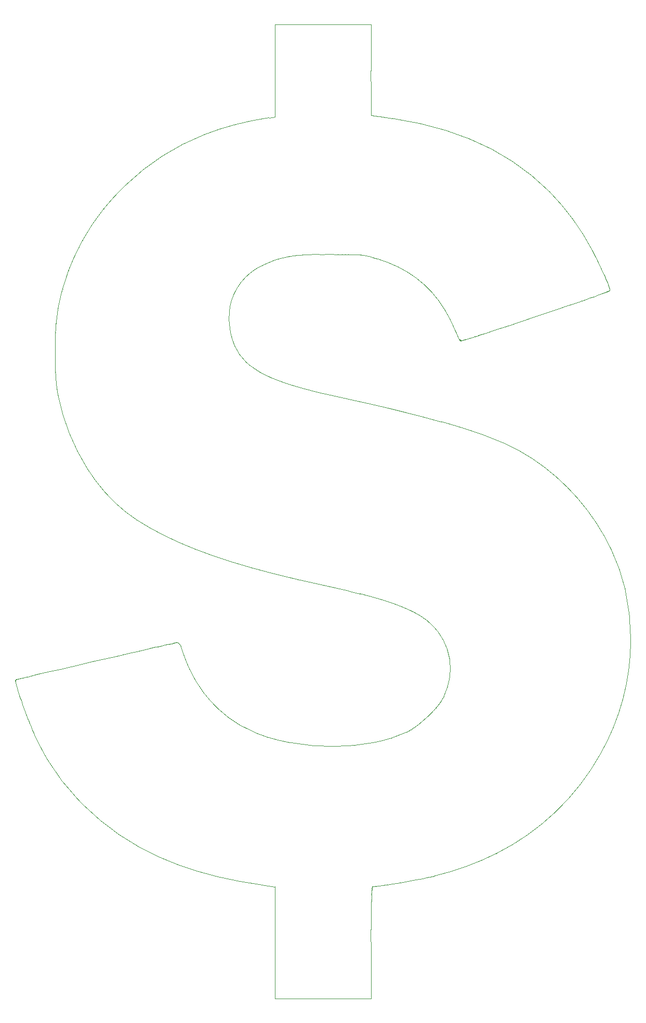
<source format=gbr>
%TF.GenerationSoftware,Altium Limited,Altium Designer,18.1.6 (161)*%
G04 Layer_Color=0*
%FSLAX26Y26*%
%MOIN*%
%TF.FileFunction,Profile,NP*%
%TF.Part,Single*%
G01*
G75*
%TA.AperFunction,Profile*%
%ADD60C,0.001000*%
D60*
X2702128Y4694213D02*
X2702106Y4694644D01*
X2702107Y4694640D01*
X2702090Y4695069D01*
D01*
X2702079Y4695484D01*
X2702079Y4695488D01*
X2702079Y4695484D01*
Y4695484D01*
D02*
G02*
X2702079Y4695481I-265J-2D01*
G01*
Y4695484D01*
X2702075Y4695901D01*
D02*
G02*
X2702090Y4696705I19687J26D01*
G01*
D02*
G02*
X2702091Y4696712I19672J-778D01*
G01*
Y4696712D01*
D02*
G03*
X2702091Y4696722I-265J10D01*
G01*
X2702091Y4696712D01*
D02*
G02*
X2702237Y4698321I15478J-598D01*
G01*
X2702300Y4698741D01*
D02*
G02*
X2702372Y4699159I14088J-2209D01*
G01*
D02*
G02*
X2702374Y4699166I14016J-2627D01*
G01*
Y4699166D01*
D02*
G02*
X2702375Y4699173I9375J-1764D01*
G01*
D02*
G02*
X2702465Y4699596I9374J-1771D01*
G01*
D02*
G03*
X2702466Y4699603I-256J68D01*
G01*
D02*
G03*
X2702465Y4699596I9282J-2201D01*
G01*
X2702467Y4699603D01*
D02*
G02*
X2702587Y4700050I7396J-1756D01*
G01*
D02*
G03*
X2702589Y4700057I-254J77D01*
G01*
D02*
G02*
X2702945Y4700974I6194J-1876D01*
G01*
X2702945D01*
D02*
G03*
X2702949Y4700983I-239J114D01*
G01*
X2702949Y4700983D01*
D02*
G02*
X2703511Y4701931I5864J-2833D01*
G01*
D02*
G02*
X2703517Y4701939I5303J-3781D01*
G01*
X2703516Y4701939D01*
D02*
G02*
X2704367Y4702938I6463J-4639D01*
G01*
D02*
G02*
X2704373Y4702944I5612J-5638D01*
G01*
D02*
G02*
X2704376Y4702947I5606J-5645D01*
G01*
X2704373Y4702944D01*
D02*
G03*
X2704391Y4702957I-145J222D01*
G01*
X2704489Y4703034D01*
D02*
G03*
X2704490Y4703035I-163J209D01*
G01*
X2704809Y4703278D01*
X2704811Y4703281D01*
X2704810Y4703279D01*
X2705010Y4703430D01*
D02*
G03*
X2705012Y4703432I-160J212D01*
G01*
X2705211Y4703580D01*
X2705215Y4703583D01*
X2705213Y4703582D01*
X2705416Y4703729D01*
D02*
G03*
X2705421Y4703733I-156J214D01*
G01*
Y4703733D01*
D02*
G02*
X2705589Y4703852I6857J-9528D01*
G01*
D02*
G03*
X2705599Y4703859I-145J222D01*
G01*
D02*
G02*
X2705835Y4704008I1418J-1972D01*
G01*
D02*
G02*
X2705837Y4704009I1182J-2122D01*
G01*
X2705835Y4704008D01*
D02*
G02*
X2706170Y4704163I2582J-5153D01*
G01*
D02*
G02*
X2706175Y4704165I2247J-5307D01*
G01*
X2706238Y4704191D01*
X2706235Y4704190D01*
X2706295Y4704214D01*
D02*
G03*
X2706321Y4704226I-99J246D01*
G01*
D02*
G03*
X2706348Y4704235I-69J256D01*
G01*
X2706351Y4704237D01*
X2706455Y4704277D01*
D02*
G03*
X2706462Y4704280I-96J247D01*
G01*
D02*
G02*
X2706641Y4704347I2665J-6814D01*
G01*
D02*
G02*
X2706647Y4704349I2486J-6882D01*
G01*
X2706650Y4704350D01*
X2706739Y4704382D01*
D02*
G03*
X2706739Y4704382I-85J251D01*
G01*
X2706833Y4704414D01*
D02*
G03*
X2706835Y4704415I-86J251D01*
G01*
X2706919Y4704443D01*
D02*
G03*
X2706922Y4704444I-79J253D01*
G01*
X2706925Y4704445D01*
X2707011Y4704472D01*
X2707014Y4704474D01*
D02*
G03*
X2707017Y4704474I-82J252D01*
G01*
X2707103Y4704502D01*
D02*
G03*
X2707106Y4704503I-78J253D01*
G01*
X2707109Y4704504D01*
X2707197Y4704532D01*
D02*
G03*
X2707201Y4704534I-78J253D01*
G01*
X2707395Y4704597D01*
D02*
G03*
X2707396Y4704597I-82J252D01*
G01*
X2707596Y4704661D01*
X2707598Y4704662D01*
X2707596Y4704661D01*
X2707811Y4704728D01*
X2707811Y4704728D01*
X2708032Y4704795D01*
X2708033Y4704796D01*
X2708032Y4704795D01*
X2708266Y4704865D01*
D02*
G03*
X2708268Y4704866I-76J254D01*
G01*
X2708506Y4704936D01*
X2708510Y4704937D01*
D02*
G03*
X2708512Y4704937I-75J254D01*
G01*
X2708762Y4705010D01*
X2708765Y4705011D01*
X2708764Y4705010D01*
X2709030Y4705087D01*
X2709309Y4705166D01*
X2709308Y4705166D01*
X2709902Y4705332D01*
D02*
G03*
X2709905Y4705333I-71J255D01*
G01*
X2710543Y4705509D01*
X2710546Y4705510D01*
D02*
G03*
X2710550Y4705511I-71J255D01*
G01*
X2711236Y4705698D01*
D02*
G03*
X2711240Y4705699I-65J257D01*
G01*
X2711242Y4705700D01*
X2711985Y4705901D01*
X2711986Y4705901D01*
X2711985Y4705901D01*
X2712782Y4706114D01*
D02*
G03*
X2712785Y4706115I-68J256D01*
G01*
X2713626Y4706338D01*
D02*
G03*
X2713628Y4706339I-64J257D01*
G01*
X2714526Y4706575D01*
D02*
G03*
X2714529Y4706575I-67J256D01*
G01*
X2715472Y4706821D01*
D02*
G03*
X2715473Y4706822I-64J257D01*
G01*
X2718621Y4707630D01*
D02*
G03*
X2718622Y4707631I-66J257D01*
G01*
X2720968Y4708224D01*
D02*
G03*
X2720968Y4708224I-64J257D01*
G01*
X2720972Y4708225D01*
X2723511Y4708862D01*
X2723515Y4708863D01*
X2723514Y4708863D01*
X2726255Y4709545D01*
D02*
G03*
X2726259Y4709546I-64J257D01*
G01*
X2729184Y4710270D01*
X2729188Y4710271D01*
D02*
G03*
X2729192Y4710272I-64J257D01*
G01*
X2732307Y4711039D01*
X2732310Y4711040D01*
X2732310Y4711039D01*
X2735619Y4711850D01*
D02*
G03*
X2735624Y4711852I-63J257D01*
G01*
X2739108Y4712702D01*
X2739113Y4712703D01*
X2739112Y4712703D01*
X2742787Y4713597D01*
D02*
G03*
X2742792Y4713598I-63J258D01*
G01*
X2750666Y4715506D01*
X2750670Y4715507D01*
D02*
G03*
X2750673Y4715508I-62J258D01*
G01*
X2759243Y4717575D01*
D02*
G03*
X2759246Y4717576I-59J258D01*
G01*
X2768493Y4719796D01*
D02*
G03*
X2768497Y4719797I-62J258D01*
G01*
X2778383Y4722161D01*
D02*
G03*
X2778387Y4722162I-57J259D01*
G01*
X2788907Y4724670D01*
D02*
G03*
X2788909Y4724670I-61J258D01*
G01*
X2800028Y4727313D01*
D02*
G03*
X2800030Y4727314I-59J258D01*
G01*
X2811734Y4730088D01*
X2811734D01*
X2823996Y4732989D01*
D02*
G03*
X2823997Y4732990I-61J258D01*
G01*
X2836791Y4736010D01*
D02*
G03*
X2836793Y4736011I-59J258D01*
G01*
Y4736011D01*
X2836798Y4736012D01*
X2863901Y4742394D01*
X2863906Y4742395D01*
X2863906Y4742395D01*
X2892891Y4749200D01*
D02*
G03*
X2892894Y4749201I-61J258D01*
G01*
X2923564Y4756383D01*
D02*
G03*
X2923567Y4756384I-57J259D01*
G01*
X2923572Y4756385D01*
X2955749Y4763904D01*
X2955754Y4763905D01*
X2955754Y4763905D01*
X2989271Y4771721D01*
D02*
G03*
X2989274Y4771722I-60J258D01*
G01*
X3059568Y4788071D01*
X3059571Y4788071D01*
X3059570Y4788071D01*
X3208176Y4822473D01*
D02*
G03*
X3208180Y4822474I-60J258D01*
G01*
X3320938Y4848448D01*
X3320942Y4848449D01*
X3320942Y4848449D01*
X3394033Y4865225D01*
D02*
G03*
X3394037Y4865225I-59J258D01*
G01*
X3429407Y4873324D01*
X3429410Y4873325D01*
D02*
G03*
X3429415Y4873326I-59J258D01*
G01*
X3463762Y4881176D01*
D02*
G03*
X3463767Y4881177I-54J259D01*
G01*
X3496924Y4888740D01*
D02*
G03*
X3496927Y4888741I-59J258D01*
G01*
X3558910Y4902832D01*
X3558913Y4902833D01*
X3558913Y4902833D01*
X3573377Y4906109D01*
X3573377D01*
X3600907Y4912329D01*
D02*
G03*
X3600911Y4912330I-58J258D01*
G01*
X3613924Y4915261D01*
X3613928Y4915262D01*
D02*
G03*
X3613933Y4915263I-58J258D01*
G01*
X3626418Y4918069D01*
D02*
G03*
X3626423Y4918070I-53J260D01*
G01*
X3638369Y4920749D01*
D02*
G03*
X3638372Y4920750I-58J259D01*
G01*
X3649742Y4923293D01*
X3649745Y4923293D01*
D02*
G03*
X3649749Y4923294I-58J259D01*
G01*
X3660523Y4925697D01*
D02*
G03*
X3660527Y4925698I-53J260D01*
G01*
X3660529Y4925698D01*
X3680220Y4930068D01*
X3680222Y4930068D01*
X3680222Y4930068D01*
X3689074Y4932021D01*
D02*
G03*
X3689077Y4932022I-57J259D01*
G01*
X3697216Y4933810D01*
X3697219Y4933810D01*
D02*
G03*
X3697220Y4933811I-57J259D01*
G01*
X3704645Y4935432D01*
X3704647Y4935432D01*
X3704646Y4935432D01*
X3711348Y4936883D01*
D02*
G03*
X3711350Y4936884I-56J259D01*
G01*
X3717308Y4938159D01*
X3717312Y4938160D01*
D02*
G03*
X3717314Y4938160I-56J259D01*
G01*
X3722526Y4939258D01*
X3722529Y4939259D01*
X3722528Y4939258D01*
X3726988Y4940176D01*
D02*
G03*
X3726990Y4940177I-53J260D01*
G01*
X3730677Y4940908D01*
D02*
G03*
X3730681Y4940909I-48J261D01*
G01*
D02*
G02*
X3730688Y4940910I24526J-123242D01*
G01*
D02*
G02*
X3735711Y4941804I24519J-123243D01*
G01*
D02*
G02*
X3735718Y4941805I19496J-124137D01*
G01*
D02*
G03*
X3735723Y4941806I-41J262D01*
G01*
Y4941806D01*
D02*
G02*
X3741791Y4941358I2042J-13660D01*
G01*
D02*
G02*
X3741798Y4941356I-4025J-13212D01*
G01*
X3741798Y4941356D01*
D02*
G02*
X3743676Y4940655I-4584J-15141D01*
G01*
D02*
G02*
X3743683Y4940652I-6462J-14440D01*
G01*
X3743683D01*
D02*
G02*
X3743676Y4940655I108J242D01*
G01*
X3743683Y4940652D01*
D02*
G02*
X3745496Y4939715I-7516J-16768D01*
G01*
D02*
G02*
X3745502Y4939711I-9329J-15831D01*
G01*
X3745502Y4939711D01*
D02*
G02*
X3745496Y4939715I135J228D01*
G01*
X3745502Y4939711D01*
D02*
G03*
X3745508Y4939707I135J228D01*
G01*
X3745508Y4939707D01*
D02*
G03*
X3745502Y4939711I-11185J-18950D01*
G01*
X3745508Y4939707D01*
D02*
G02*
X3747258Y4938559I-11185J-18950D01*
G01*
D02*
G03*
X3747264Y4938555I156J214D01*
G01*
X3747264D01*
D02*
G03*
X3747258Y4938559I-15779J-21709D01*
G01*
X3747264Y4938555D01*
D02*
G02*
X3748947Y4937225I-15779J-21709D01*
G01*
D02*
G02*
X3748952Y4937221I-17462J-20379D01*
G01*
D02*
G02*
X3748947Y4937226I172J201D01*
G01*
X3748952Y4937221D01*
D02*
G02*
X3750587Y4935722I-21517J-25105D01*
G01*
D02*
G03*
X3750591Y4935718I186J189D01*
G01*
Y4935718D01*
D02*
G03*
X3750586Y4935723I-32047J-32493D01*
G01*
X3750591Y4935718D01*
D02*
G02*
X3753676Y4932355I-32047J-32493D01*
G01*
D02*
G03*
X3753681Y4932349I209J164D01*
G01*
Y4932348D01*
D02*
G02*
X3756574Y4928531I-40300J-33549D01*
G01*
D02*
G03*
X3756579Y4928525I218J150D01*
G01*
X3756579Y4928525D01*
D02*
G02*
X3759267Y4924255I-50583J-34830D01*
G01*
D02*
G02*
X3759271Y4924248I-53272J-30559D01*
G01*
X3759271Y4924248D01*
D02*
G02*
X3759267Y4924255I230J132D01*
G01*
X3759271Y4924248D01*
D02*
G02*
X3761736Y4919546I-60357J-34631D01*
G01*
X3761735Y4919546D01*
D02*
G02*
X3765828Y4909067I-71395J-33921D01*
G01*
D02*
G03*
X3765828Y4909067I253J79D01*
G01*
D02*
G03*
X3781963Y4860658I1225058J381440D01*
G01*
X3781963D01*
D02*
G03*
X3781966Y4860652I250J89D01*
G01*
D02*
G03*
X3799388Y4814887I1044165J371294D01*
G01*
X3799388D01*
D02*
G03*
X3818230Y4771535I907389J368619D01*
G01*
X3818234Y4771526D01*
D02*
G03*
X3910372Y4617995I742410J341123D01*
G01*
X3910372D01*
D02*
G03*
X3910372Y4617994I211J160D01*
G01*
X3910372D01*
D02*
G03*
X4000707Y4517635I683257J524177D01*
G01*
X4000707Y4517636D01*
D02*
G03*
X4144025Y4410140I518248J541669D01*
G01*
X4144026Y4410140D01*
D02*
G03*
X4256032Y4356397I412069J715208D01*
G01*
D02*
G03*
X4256038Y4356394I96J247D01*
G01*
D02*
G03*
X4317551Y4334685I348007J888047D01*
G01*
D02*
G03*
X4317558Y4334682I86J250D01*
G01*
Y4334683D01*
D02*
G03*
X4383026Y4316309I325051J1032363D01*
G01*
D02*
G03*
X4452631Y4301202I300041J1214546D01*
G01*
Y4301202D01*
D02*
G03*
X4452638Y4301200I49J260D01*
G01*
D02*
G03*
X4605033Y4280497I290982J1570637D01*
G01*
X4605033D01*
D02*
G03*
X4871754Y4281321I128873J1453750D01*
G01*
X4871754D01*
D02*
G03*
X4997768Y4299372I-123494J1310982D01*
G01*
D02*
G03*
X4997768Y4299372I-50J260D01*
G01*
X4997768Y4299372D01*
D02*
G03*
X5056984Y4312515I-214841J1107934D01*
G01*
Y4312515D01*
D02*
G03*
X5112921Y4328289I-237071J947719D01*
G01*
D02*
G03*
X5112927Y4328291I-72J255D01*
G01*
X5112927D01*
D02*
G03*
X5212766Y4367414I-218496J704545D01*
G01*
Y4367414D01*
D02*
G03*
X5212768Y4367415I-114J239D01*
G01*
X5212768Y4367415D01*
D02*
G03*
X5225474Y4374001I-123624J254060D01*
G01*
X5225474Y4374001D01*
D02*
G03*
X5238673Y4381638I-172938J314093D01*
G01*
X5238673Y4381638D01*
D02*
G03*
X5252267Y4390236I-228185J375817D01*
G01*
D02*
G03*
X5266158Y4399703I-287048J436083D01*
G01*
X5266158Y4399703D01*
D02*
G03*
X5280247Y4409949I-346605J491441D01*
G01*
X5280247D01*
D02*
G03*
X5294438Y4420883I-403525J538409D01*
G01*
Y4420883D01*
D02*
G03*
X5294438Y4420883I-164J208D01*
G01*
Y4420883D01*
D02*
G03*
X5350249Y4469675I-486101J612341D01*
G01*
X5350249Y4469675D01*
D02*
G03*
X5363475Y4482687I-539208J561325D01*
G01*
X5363477Y4482689D01*
D02*
G03*
X5388409Y4509068I-517890J514447D01*
G01*
X5388409Y4509068D01*
D02*
G03*
X5399922Y4522238I-478472J429899D01*
G01*
X5399922D01*
D02*
G03*
X5410672Y4535263I-432686J368054D01*
G01*
Y4535263D01*
D02*
G03*
X5420565Y4548048I-378884J303409D01*
G01*
Y4548048D01*
D02*
G03*
X5429505Y4560493I-320687J239795D01*
G01*
Y4560493D01*
D02*
G03*
X5437395Y4572499I-261728J180597D01*
G01*
D02*
G03*
X5449858Y4594685I-128446J86749D01*
G01*
D02*
G03*
X5449882Y4594795I-241J110D01*
G01*
D02*
G03*
X5449749Y4595025I-265J0D01*
G01*
Y4595025D01*
D02*
G03*
X5473669Y4658324I-421849J195581D01*
G01*
X5473670Y4658327D01*
D02*
G03*
X5491514Y4774955I-372232J116628D01*
G01*
D02*
G03*
X5411235Y5011989I-390075J0D01*
G01*
D02*
G03*
X5411234Y5011990I-210J-161D01*
G01*
D02*
G03*
X5259948Y5135013I-343390J-267749D01*
G01*
X5259950Y5135012D01*
D02*
G03*
X5221485Y5153344I-462013J-919863D01*
G01*
X5221485D01*
D02*
G03*
X5180260Y5170985I-470352J-1042206D01*
G01*
X5180260D01*
D02*
G03*
X5135674Y5188111I-500717J-1236920D01*
G01*
X5135674D01*
D02*
G03*
X5087130Y5204902I-554521J-1524678D01*
G01*
D02*
G03*
X5034028Y5221533I-635833J-1937023D01*
G01*
D02*
G03*
X4975769Y5238184I-751763J-2520060D01*
G01*
D02*
G03*
X4911753Y5255032I-913375J-3340389D01*
G01*
D02*
G03*
X4911744Y5255034I-65J-257D01*
G01*
X4911751Y5255033D01*
X4911744Y5255034D01*
X4841392Y5272253D01*
D02*
G03*
X4841383Y5272255I-70J-256D01*
G01*
X4841382D01*
D02*
G03*
X4679178Y5308537I-1688463J-7167832D01*
G01*
D02*
G03*
X4679168Y5308539I-55J-259D01*
G01*
Y5308539D01*
D02*
G02*
X4513729Y5345282I1961677J9223582D01*
G01*
X4513729Y5345282D01*
D02*
G03*
X4513722Y5345283I-67J-256D01*
G01*
X4513722D01*
D02*
G02*
X4360263Y5382531I1676283J7241034D01*
G01*
D02*
G03*
X4360256Y5382533I-72J-255D01*
G01*
Y5382533D01*
D02*
G02*
X4218078Y5420533I1452463J5719402D01*
G01*
Y5420533D01*
D02*
G03*
X4218071Y5420535I-72J-255D01*
G01*
Y5420535D01*
D02*
G02*
X4086494Y5459529I1276855J4549880D01*
G01*
Y5459529D01*
D02*
G03*
X4086488Y5459532I-86J-251D01*
G01*
X4086487D01*
D02*
G03*
X4086480Y5459533I-79J-253D01*
G01*
Y5459534D01*
D02*
G02*
X3964783Y5499777I1139870J3651158D01*
G01*
D02*
G03*
X3964776Y5499779I-87J-250D01*
G01*
D02*
G02*
X3852270Y5541514I1034742J2961905D01*
G01*
D02*
G03*
X3852263Y5541517I-104J-244D01*
G01*
Y5541517D01*
D02*
G02*
X3748227Y5584999I956854J2435584D01*
G01*
D02*
G02*
X3651973Y5630471I903353J2036789D01*
G01*
D02*
G03*
X3651966Y5630475I-119J-237D01*
G01*
X3651963Y5630476D01*
D02*
G02*
X3480010Y5728375I823965J1647199D01*
G01*
D02*
G03*
X3480005Y5728379I-149J-219D01*
G01*
X3480005Y5728379D01*
D02*
G02*
X3407933Y5780109I493957J764264D01*
G01*
X3407932D01*
D02*
G03*
X3407925Y5780115I-165J-208D01*
G01*
X3407925D01*
D02*
G02*
X3275761Y5906164I643435J806962D01*
G01*
D02*
G03*
X3275756Y5906169I-204J-169D01*
G01*
D02*
G02*
X3161858Y6058650I901227J791971D01*
G01*
Y6058650D01*
D02*
G03*
X3161855Y6058655I-224J-141D01*
G01*
X3161855Y6058655D01*
D02*
G02*
X2975348Y6526184I1200202J749750D01*
G01*
X2975348D01*
D02*
G03*
X2975347Y6526190I-261J-46D01*
G01*
Y6526190D01*
D02*
G02*
X2968318Y6568843I591461J119366D01*
G01*
X2968318Y6568843D01*
D02*
G03*
X2968318Y6568844I-263J-34D01*
G01*
D02*
G02*
X2962853Y6619978I1116838J145227D01*
G01*
X2962853D01*
D02*
G03*
X2962852Y6619986I-264J-22D01*
G01*
X2962852D01*
D02*
G02*
X2958951Y6677512I1722926J145731D01*
G01*
D02*
G02*
X2958952Y6677506I-265J-6D01*
G01*
X2958951Y6677512D01*
D02*
G03*
X2958951Y6677519I-265J-6D01*
G01*
D02*
G02*
X2956619Y6867854I2550843J126439D01*
G01*
D02*
G03*
X2956619Y6867860I-265J7D01*
G01*
D02*
G03*
X2956619Y6867864I-265J0D01*
G01*
X2956619D01*
D02*
G02*
X2958963Y6930288I2339470J-56583D01*
G01*
D02*
G03*
X2958963Y6930295I-264J21D01*
G01*
Y6930295D01*
D02*
G03*
X2958963Y6930302I-265J14D01*
G01*
D02*
G03*
X2958964Y6930309I-265J6D01*
G01*
Y6930302D01*
D02*
G02*
X2962866Y6988773I1817018J-91915D01*
G01*
X2962866D01*
D02*
G03*
X2962867Y6988783I-263J29D01*
G01*
D02*
G03*
X2962868Y6988803I-264J20D01*
G01*
X2962867Y6988783D01*
D02*
G02*
X2975348Y7085595I915552J-68817D01*
G01*
X2975348D01*
D02*
G03*
X2975348Y7085599I-261J48D01*
G01*
X2975349Y7085603D01*
D02*
G02*
X2984522Y7129781I2055591J-403776D01*
G01*
D02*
G03*
X2984524Y7129788I-259J57D01*
G01*
X2984524D01*
D02*
G02*
X2994264Y7171794I1708913J-374113D01*
G01*
D02*
G03*
X2994265Y7171801I-256J70D01*
G01*
Y7171801D01*
D02*
G02*
X3004707Y7212036I1472444J-360659D01*
G01*
D02*
G03*
X3004707Y7212036I-256J70D01*
G01*
X3004707D01*
D02*
G02*
X3041524Y7325842I1247453J-340702D01*
G01*
X3041524Y7325842D01*
D02*
G03*
X3041527Y7325849I-245J100D01*
G01*
Y7325848D01*
D02*
G02*
X3071956Y7399806I1246307J-469540D01*
G01*
D02*
G03*
X3071959Y7399813I-242J108D01*
G01*
D02*
G02*
X3108309Y7475801I1514638J-677869D01*
G01*
X3108309D01*
D02*
G03*
X3108314Y7475810I-236J120D01*
G01*
Y7475810D01*
D02*
G02*
X3132119Y7520917I1456122J-739622D01*
G01*
X3132118D01*
D02*
G03*
X3132122Y7520924I-229J134D01*
G01*
Y7520924D01*
D02*
G02*
X3268168Y7724608I1191257J-648396D01*
G01*
Y7724608D01*
D02*
G03*
X3268173Y7724613I-206J166D01*
G01*
D02*
G02*
X3334002Y7800511I1148439J-929593D01*
G01*
X3334002Y7800511D01*
D02*
G03*
X3334009Y7800518I-187J188D01*
G01*
D02*
G02*
X3408625Y7876251I1333526J-1239250D01*
G01*
X3408625D01*
D02*
G03*
X3408631Y7876257I-183J191D01*
G01*
D02*
G02*
X3912034Y8199801I1059665J-1095338D01*
G01*
D02*
G03*
X3912034Y8199801I-97J247D01*
G01*
Y8199801D01*
D02*
G02*
X4110900Y8264499I638748J-1625358D01*
G01*
X4110900D01*
D02*
G03*
X4110907Y8264501I-67J256D01*
G01*
Y8264501D01*
D02*
G02*
X4327897Y8308861I528910J-2034327D01*
G01*
Y8308861D01*
D02*
G03*
X4327905Y8308862I-32J263D01*
G01*
X4327918Y8308864D01*
X4367466Y8314874D01*
D02*
G03*
X4367691Y8315136I-40J262D01*
G01*
Y8907558D01*
X4982435D01*
Y8610601D01*
D02*
G03*
X4982510Y8540738I32074966J-606D01*
G01*
D02*
G03*
X4982510Y8540738I265J1D01*
G01*
X4982638Y8497372D01*
D02*
G03*
X4982638Y8497372I265J1D01*
G01*
X4982723Y8476881D01*
D02*
G03*
X4982723Y8476881I265J1D01*
G01*
X4982822Y8457287D01*
D02*
G03*
X4982822Y8457287I265J1D01*
G01*
X4982934Y8438666D01*
D02*
G03*
X4982934Y8438666I265J2D01*
G01*
X4983195Y8404652D01*
D02*
G03*
X4983195Y8404652I265J2D01*
G01*
X4983267Y8396876D01*
D02*
G03*
X4983267Y8396876I265J2D01*
G01*
X4983341Y8389412D01*
D02*
G03*
X4983341Y8389412I265J3D01*
G01*
X4983418Y8382267D01*
D02*
G03*
X4983418Y8382267I265J3D01*
G01*
X4983497Y8375453D01*
D02*
G03*
X4983497Y8375452I265J3D01*
G01*
X4983579Y8368978D01*
D02*
G03*
X4983579Y8368978I265J3D01*
G01*
X4983663Y8362853D01*
D02*
G03*
X4983663Y8362852I265J4D01*
G01*
X4983749Y8357086D01*
D02*
G03*
X4983749Y8357086I265J4D01*
G01*
X4983837Y8351689D01*
D02*
G03*
X4983837Y8351689I265J4D01*
G01*
X4984019Y8342041D01*
D02*
G03*
X4984019Y8342036I265J5D01*
G01*
X4984114Y8337812D01*
X4984115Y8337808D01*
D02*
G03*
X4984115Y8337804I265J6D01*
G01*
X4984164Y8335846D01*
X4984164Y8335843D01*
D02*
G03*
X4984164Y8335841I265J7D01*
G01*
Y8335843D01*
D02*
G02*
X4984164Y8335846I265J7D01*
G01*
X4984164Y8335841D01*
X4984214Y8333985D01*
D02*
G03*
X4984214Y8333983I265J6D01*
G01*
X4984265Y8332228D01*
D02*
G03*
X4984265Y8332227I265J8D01*
G01*
X4984315Y8330579D01*
D02*
G03*
X4984315Y8330579I265J8D01*
G01*
X4984366Y8329039D01*
D02*
G03*
X4984367Y8329035I265J9D01*
G01*
X4984417Y8327614D01*
X4984417Y8327610D01*
Y8327608D01*
X4984518Y8325086D01*
D02*
G03*
X4984519Y8325081I265J11D01*
G01*
X4984538Y8324649D01*
D02*
G03*
X4984538Y8324642I265J8D01*
G01*
X4984545Y8324522D01*
D02*
G03*
X4984545Y8324522I265J15D01*
G01*
X4984551Y8324408D01*
D02*
G03*
X4984552Y8324404I265J15D01*
G01*
X4984552Y8324407D01*
X4984552Y8324404D01*
X4984558Y8324299D01*
D02*
G03*
X4984558Y8324297I265J13D01*
G01*
X4984559Y8324293D01*
D02*
G02*
X4984558Y8324296I264J20D01*
G01*
X4984558Y8324299D01*
X4984559Y8324293D01*
X4984565Y8324188D01*
D02*
G03*
X4984565Y8324185I265J12D01*
G01*
X4984572Y8324068D01*
D02*
G03*
X4984572Y8324064I265J15D01*
G01*
X4984585Y8323808D01*
X4984585Y8323803D01*
X4984586Y8323798D01*
D02*
G02*
X4984585Y8323808I264J19D01*
G01*
X4984585Y8323803D01*
D02*
G03*
X4984814Y8323554I265J14D01*
G01*
X4985417Y8323472D01*
D02*
G03*
X4985418Y8323472I36J263D01*
G01*
X4986048Y8323386D01*
D02*
G03*
X4986048Y8323386I36J263D01*
G01*
X4986709Y8323297D01*
X4987402Y8323203D01*
X4987401D01*
X4988129Y8323104D01*
X4988129D01*
X4988895Y8322999D01*
D02*
G03*
X4988899Y8322999I36J263D01*
G01*
X4989697Y8322889D01*
D02*
G03*
X4989700Y8322888I40J262D01*
G01*
X4992386Y8322513D01*
X4992386Y8322514D01*
X4994675Y8322188D01*
D02*
G03*
X4994680Y8322188I37J262D01*
G01*
X4997139Y8321837D01*
X4997144Y8321836D01*
D02*
G03*
X4997147Y8321836I37J262D01*
G01*
X4999787Y8321458D01*
D02*
G03*
X4999790Y8321457I41J262D01*
G01*
X4999791Y8321457D01*
X5002605Y8321053D01*
D02*
G03*
X5002607Y8321053I39J262D01*
G01*
D02*
G03*
X5002608Y8321053I38J262D01*
G01*
X5005589Y8320624D01*
X5005591Y8320624D01*
X5005591D01*
D02*
G02*
X5005589Y8320624I38J262D01*
G01*
X5005591Y8320624D01*
X5008737Y8320170D01*
X5008737D01*
X5012041Y8319693D01*
X5015498Y8319194D01*
X5022854Y8318130D01*
X5022854D01*
X5030768Y8316983D01*
D02*
G03*
X5030773Y8316982I38J262D01*
G01*
X5039198Y8315758D01*
D02*
G03*
X5039202Y8315758I43J262D01*
G01*
X5039206Y8315757D01*
X5048117Y8314460D01*
D02*
G03*
X5048121Y8314460I42J262D01*
G01*
D02*
G03*
X5048125Y8314459I38J262D01*
G01*
X5057482Y8313095D01*
X5057486Y8313095D01*
D02*
G03*
X5057489Y8313094I38J262D01*
G01*
X5057486Y8313095D01*
D02*
G02*
X5057482Y8313095I38J262D01*
G01*
X5057489Y8313094D01*
X5077409Y8310183D01*
D02*
G03*
X5077412Y8310183I41J262D01*
G01*
X5121010Y8303785D01*
D02*
G03*
X5121010Y8303785I38J262D01*
G01*
Y8303785D01*
D02*
G02*
X5296893Y8271383I-349554J-2391028D01*
G01*
Y8271383D01*
D02*
G03*
X5296900Y8271382I58J259D01*
G01*
Y8271382D01*
D02*
G02*
X5461940Y8227493I-456207J-2047788D01*
G01*
X5461940D01*
D02*
G03*
X5461947Y8227491I78J253D01*
G01*
D02*
G02*
X5616236Y8172054I-548603J-1769255D01*
G01*
Y8172054D01*
D02*
G03*
X5616245Y8172050I107J242D01*
G01*
D02*
G02*
X6127859Y7833493I-569235J-1416053D01*
G01*
X6127859D01*
D02*
G03*
X6127863Y7833490I193J182D01*
G01*
X6127867Y7833485D01*
D02*
G02*
X6403300Y7455140I-1145508J-1123351D01*
G01*
X6410146Y7442085D01*
X6417236Y7428217D01*
D02*
G03*
X6417236Y7428215I236J121D01*
G01*
X6424503Y7413685D01*
D02*
G03*
X6424504Y7413684I239J115D01*
G01*
X6424505Y7413681D01*
D02*
G02*
X6424505Y7413682I236J120D01*
G01*
X6424505Y7413681D01*
X6431889Y7398625D01*
D02*
G03*
X6431891Y7398620I238J117D01*
G01*
D02*
G02*
X6475034Y7305466I-2567963J-1245863D01*
G01*
Y7305466D01*
D02*
G03*
X6475036Y7305460I245J100D01*
G01*
X6481438Y7290819D01*
D02*
G03*
X6481439Y7290817I243J106D01*
G01*
X6481437Y7290820D01*
X6481439Y7290817D01*
X6487441Y7276825D01*
D02*
G03*
X6487442Y7276823I245J101D01*
G01*
Y7276823D01*
X6487443Y7276822D01*
D02*
G03*
X6487443Y7276820I244J104D01*
G01*
X6490275Y7270112D01*
D02*
G03*
X6490276Y7270110I245J100D01*
G01*
X6492987Y7263610D01*
X6492987Y7263611D01*
X6495567Y7257342D01*
X6495567Y7257344D01*
X6498008Y7251324D01*
X6498007Y7251326D01*
X6502441Y7240105D01*
X6502441Y7240107D01*
X6503449Y7237487D01*
D02*
G03*
X6503450Y7237486I248J93D01*
G01*
X6504418Y7234941D01*
D02*
G03*
X6504418Y7234941I248J94D01*
G01*
X6504417Y7234943D01*
X6504418Y7234941D01*
X6505342Y7232480D01*
D02*
G03*
X6505342Y7232479I249J91D01*
G01*
X6505343Y7232476D01*
D02*
G02*
X6505343Y7232478I248J95D01*
G01*
X6505342Y7232480D01*
X6505343Y7232476D01*
X6506224Y7230098D01*
X6506225Y7230096D01*
X6506224Y7230097D01*
D02*
G02*
X6506224Y7230098I249J91D01*
G01*
X6506224Y7230097D01*
X6507062Y7227797D01*
X6507061Y7227798D01*
X6507854Y7225583D01*
X6507854Y7225585D01*
X6508600Y7223456D01*
X6508600Y7223458D01*
X6509299Y7221418D01*
D02*
G03*
X6509303Y7221409I251J86D01*
G01*
X6509302Y7221409D01*
D02*
G03*
X6509299Y7221418I-217178J-73688D01*
G01*
X6509302Y7221409D01*
D02*
G02*
X6510550Y7217623I-217178J-73688D01*
G01*
D02*
G02*
X6510552Y7217617I-218425J-69902D01*
G01*
D02*
G02*
X6510551Y7217623I252J80D01*
G01*
X6510552Y7217617D01*
X6511108Y7215870D01*
X6511109Y7215866D01*
X6511109Y7215868D01*
D02*
G02*
X6511108Y7215870I253J79D01*
G01*
X6511109Y7215868D01*
X6511619Y7214231D01*
X6511619Y7214229D01*
X6511619Y7214231D01*
X6511619Y7214232D01*
X6511619Y7214231D01*
X6512079Y7212699D01*
D02*
G03*
X6512080Y7212695I256J70D01*
G01*
D02*
G02*
X6512081Y7212693I-75040J-22017D01*
G01*
D02*
G02*
X6512490Y7211249I-75041J-22015D01*
G01*
D02*
G02*
X6512492Y7211242I-52274J-14256D01*
G01*
D02*
G02*
X6512489Y7211249I254J77D01*
G01*
X6512492Y7211242D01*
D02*
G02*
X6512842Y7209888I-52276J-14249D01*
G01*
D02*
G02*
X6512844Y7209881I-52626J-12895D01*
G01*
Y7209881D01*
D02*
G02*
X6513138Y7208586I-38671J-9472D01*
G01*
D02*
G03*
X6513139Y7208579I261J47D01*
G01*
X6513140D01*
D02*
G02*
X6513141Y7208572I-30124J-6316D01*
G01*
D02*
G02*
X6513139Y7208579I258J62D01*
G01*
X6513140Y7208579D01*
D02*
G03*
X6513138Y7208586I-38967J-8170D01*
G01*
X6513141Y7208572D01*
D02*
G02*
X6513373Y7207338I-30126J-6309D01*
G01*
D02*
G02*
X6513374Y7207331I-30358J-5075D01*
G01*
D02*
G02*
X6513373Y7207338I261J44D01*
G01*
X6513374Y7207331D01*
D02*
G02*
X6513546Y7206124I-24645J-4113D01*
G01*
Y7206124D01*
D02*
G03*
X6513547Y7206117I263J31D01*
G01*
D02*
G02*
X6513686Y7203787I-20009J-2366D01*
G01*
D02*
G03*
X6513686Y7203779I265J0D01*
G01*
D02*
G03*
X6513686Y7203786I-9273J-17D01*
G01*
Y7203779D01*
D02*
G02*
X6513686Y7203762I-9273J-17D01*
G01*
D02*
G02*
X6513647Y7202912I-9273J0D01*
G01*
D02*
G02*
X6513646Y7202902I-9234J851D01*
G01*
X6513646Y7202902D01*
D02*
G02*
X6513538Y7202176I-6626J616D01*
G01*
D02*
G03*
X6513536Y7202168I258J-61D01*
G01*
D02*
G03*
X6513538Y7202176I-6516J1349D01*
G01*
X6513536Y7202169D01*
D02*
G02*
X6513535Y7202162I-4804J995D01*
G01*
D02*
G02*
X6513375Y7201577I-4803J1002D01*
G01*
D02*
G02*
X6513372Y7201570I-4642J1586D01*
G01*
D02*
G02*
X6513375Y7201577I251J-86D01*
G01*
X6513372Y7201571D01*
D02*
G02*
X6513169Y7201090I-3600J1238D01*
G01*
X6513169D01*
D02*
G03*
X6513165Y7201080I236J-120D01*
G01*
X6513165D01*
D02*
G03*
X6513169Y7201089I-2746J1394D01*
G01*
X6513165Y7201080D01*
D02*
G02*
X6512702Y7200408I-2746J1394D01*
G01*
D02*
G02*
X6512697Y7200403I-2284J2066D01*
G01*
X6512698Y7200404D01*
D02*
G02*
X6512451Y7200161I-2416J2208D01*
G01*
X6512451Y7200161D01*
D02*
G03*
X6512446Y7200156I176J-198D01*
G01*
D02*
G03*
X6512452Y7200161I-3081J3500D01*
G01*
X6512446Y7200156D01*
D02*
G02*
X6512216Y7199966I-3081J3500D01*
G01*
D02*
G02*
X6512211Y7199962I-2851J3690D01*
G01*
X6512216Y7199966D01*
D02*
G02*
X6512216Y7199966I157J-214D01*
G01*
X6512216Y7199966D01*
D02*
G03*
X6511785Y7199628I4902J-6694D01*
G01*
X6511785Y7199628D01*
D02*
G03*
X6511772Y7199616I170J-203D01*
G01*
X6511771D01*
D02*
G03*
X6511777Y7199621I-6069J6701D01*
G01*
X6511771Y7199616D01*
D02*
G02*
X6511622Y7199484I-6069J6701D01*
G01*
D02*
G03*
X6511616Y7199479I174J-200D01*
G01*
D02*
G03*
X6511622Y7199484I-4603J5295D01*
G01*
X6511616Y7199479D01*
D02*
G02*
X6510965Y7198977I-4603J5295D01*
G01*
D02*
G02*
X6510959Y7198973I-3952J5797D01*
G01*
Y7198973D01*
D02*
G02*
X6510965Y7198977I149J-219D01*
G01*
X6510959Y7198973D01*
D02*
G02*
X6510847Y7198898I-4482J6595D01*
G01*
D02*
G02*
X6510842Y7198895I-4369J6670D01*
G01*
D02*
G02*
X6510847Y7198898I144J-223D01*
G01*
X6510842Y7198895D01*
D02*
G02*
X6510841Y7198894I-4365J6673D01*
G01*
X6510842Y7198895D01*
X6510723Y7198818D01*
X6510726Y7198820D01*
X6510723Y7198818D01*
X6510493Y7198674D01*
D02*
G03*
X6510492Y7198673I138J-226D01*
G01*
X6510492D01*
D02*
G02*
X6510491Y7198673I-10377J16771D01*
G01*
X6510493Y7198674D01*
X6510491Y7198673D01*
D02*
G02*
X6509791Y7198259I-10376J16771D01*
G01*
D02*
G03*
X6509784Y7198256I130J-231D01*
G01*
D02*
G03*
X6509791Y7198259I-10922J19412D01*
G01*
X6509784Y7198256D01*
D02*
G02*
X6509312Y7197998I-10922J19412D01*
G01*
D02*
G02*
X6509307Y7197995I-10449J19670D01*
G01*
D02*
G02*
X6509312Y7197997I123J-235D01*
G01*
X6509307Y7197995D01*
D02*
G02*
X6509305Y7197994I-10444J19673D01*
G01*
D02*
G03*
X6509304Y7197993I124J-234D01*
G01*
X6509307Y7197995D01*
X6509304Y7197993D01*
X6509055Y7197863D01*
X6509052Y7197861D01*
X6509055Y7197863D01*
D02*
G02*
X6509055Y7197863I121J-236D01*
G01*
X6509055Y7197863D01*
X6508793Y7197729D01*
X6508795Y7197730D01*
X6508793Y7197729D01*
X6508793Y7197729D01*
X6508793Y7197729D01*
X6508524Y7197595D01*
X6508527Y7197597D01*
X6507957Y7197321D01*
X6507958Y7197321D01*
X6507957Y7197321D01*
X6507955Y7197320D01*
X6507957Y7197321D01*
X6507340Y7197032D01*
X6507342Y7197032D01*
X6507340Y7197032D01*
X6507339Y7197031D01*
X6507340Y7197032D01*
X6506680Y7196730D01*
X6506682Y7196731D01*
X6505976Y7196416D01*
X6505976Y7196416D01*
X6505976Y7196416D01*
X6505224Y7196087D01*
X6505226Y7196088D01*
X6504428Y7195745D01*
Y7195745D01*
D02*
G03*
X6504426Y7195744I105J-243D01*
G01*
X6504430Y7195745D01*
X6504426Y7195744D01*
X6503590Y7195390D01*
X6503586Y7195388D01*
D02*
G03*
X6503583Y7195387I103J-244D01*
G01*
X6503587Y7195389D01*
D02*
G02*
X6503590Y7195390I102J-244D01*
G01*
X6503583Y7195387D01*
X6502701Y7195019D01*
D02*
G03*
X6502698Y7195017I98J-246D01*
G01*
X6502693Y7195015D01*
D02*
G02*
X6502697Y7195017I106J-243D01*
G01*
X6502701Y7195019D01*
X6502693Y7195015D01*
X6501766Y7194632D01*
X6501761Y7194631D01*
X6501762Y7194631D01*
D02*
G02*
X6501766Y7194632I100J-246D01*
G01*
X6501762Y7194631D01*
X6499745Y7193810D01*
D02*
G03*
X6499744Y7193810I100J-246D01*
G01*
X6499747Y7193811D01*
X6499744Y7193810D01*
X6497542Y7192929D01*
X6497539Y7192928D01*
D02*
G03*
X6497537Y7192927I98J-246D01*
G01*
X6497541Y7192928D01*
D02*
G02*
X6497542Y7192929I97J-246D01*
G01*
X6497537Y7192927D01*
X6495149Y7191985D01*
D02*
G03*
X6495147Y7191985I94J-248D01*
G01*
X6492567Y7190980D01*
D02*
G03*
X6492565Y7190980I96J-247D01*
G01*
X6492568Y7190981D01*
X6492565Y7190980D01*
X6489806Y7189918D01*
D02*
G03*
X6489805Y7189917I93J-248D01*
G01*
X6489802Y7189916D01*
D02*
G02*
X6489804Y7189917I97J-247D01*
G01*
X6489806Y7189918D01*
X6489802Y7189916D01*
X6486864Y7188796D01*
D02*
G03*
X6486862Y7188796I92J-249D01*
G01*
X6483740Y7187616D01*
D02*
G03*
X6483739Y7187615I94J-248D01*
G01*
X6483741Y7187616D01*
X6483739Y7187615D01*
X6480445Y7186380D01*
D02*
G03*
X6480444Y7186379I91J-249D01*
G01*
X6480440Y7186378D01*
D02*
G02*
X6480443Y7186379I96J-247D01*
G01*
X6480445Y7186380D01*
X6480440Y7186378D01*
X6476977Y7185087D01*
X6476973Y7185086D01*
X6476974Y7185086D01*
D02*
G02*
X6476977Y7185087I92J-249D01*
G01*
X6476974Y7185086D01*
X6469523Y7182334D01*
X6469524Y7182334D01*
X6461410Y7179367D01*
D02*
G03*
X6461407Y7179365I91J-249D01*
G01*
X6461411Y7179367D01*
X6461407Y7179365D01*
X6452660Y7176194D01*
D02*
G03*
X6452656Y7176192I86J-251D01*
G01*
X6452653Y7176191D01*
D02*
G02*
X6452655Y7176192I93J-248D01*
G01*
X6452660Y7176194D01*
X6452653Y7176191D01*
X6443283Y7172818D01*
D02*
G03*
X6443281Y7172817I87J-250D01*
G01*
X6433307Y7169248D01*
X6433308Y7169249D01*
X6422758Y7165494D01*
X6422758Y7165494D01*
X6411654Y7161560D01*
X6411654Y7161560D01*
X6400016Y7157456D01*
X6400017Y7157456D01*
X6387869Y7153186D01*
D02*
G03*
X6387865Y7153185I88J-250D01*
G01*
X6387869Y7153186D01*
X6387865Y7153185D01*
X6362132Y7144185D01*
D02*
G03*
X6362128Y7144184I83J-252D01*
G01*
X6362126Y7144184D01*
D02*
G02*
X6362127Y7144184I89J-250D01*
G01*
X6362132Y7144185D01*
X6362126Y7144184D01*
X6334608Y7134614D01*
X6334606Y7134614D01*
D02*
G03*
X6334604Y7134613I87J-250D01*
G01*
X6334606Y7134614D01*
D02*
G02*
X6334608Y7134614I87J-250D01*
G01*
X6334604Y7134613D01*
X6305484Y7124536D01*
D02*
G03*
X6305482Y7124535I84J-251D01*
G01*
X6305477Y7124534D01*
D02*
G02*
X6305481Y7124535I91J-249D01*
G01*
X6305484Y7124536D01*
X6305477Y7124534D01*
X6274936Y7114011D01*
D02*
G03*
X6274931Y7114009I81J-252D01*
G01*
Y7114009D01*
X6274926Y7114007D01*
D02*
G02*
X6274931Y7114009I91J-249D01*
G01*
X6274936Y7114011D01*
X6274926Y7114007D01*
X6243136Y7103095D01*
X6243131Y7103094D01*
X6243131Y7103094D01*
D02*
G02*
X6243136Y7103095I86J-251D01*
G01*
X6243131Y7103094D01*
X6176491Y7080335D01*
X6176491Y7080335D01*
X6036002Y7032770D01*
D02*
G03*
X6035999Y7032769I85J-251D01*
G01*
X6036003Y7032770D01*
X6035999Y7032769D01*
X5929903Y6997183D01*
D02*
G03*
X5929899Y6997182I80J-252D01*
G01*
X5929899Y6997182D01*
X5929903Y6997183D01*
X5929899Y6997182D01*
X5929899D01*
D02*
G03*
X5929895Y6997181I84J-251D01*
G01*
X5929899Y6997182D01*
X5929895Y6997181D01*
X5861468Y6974392D01*
D02*
G03*
X5861465Y6974391I80J-253D01*
G01*
X5861465Y6974391D01*
D02*
G03*
X5861461Y6974390I84J-251D01*
G01*
X5861468Y6974392D01*
X5861461Y6974390D01*
X5828472Y6963456D01*
X5828468Y6963455D01*
D02*
G03*
X5828465Y6963453I83J-252D01*
G01*
X5828469Y6963455D01*
D02*
G02*
X5828472Y6963456I83J-252D01*
G01*
X5828465Y6963453D01*
X5796526Y6952905D01*
D02*
G03*
X5796522Y6952903I79J-253D01*
G01*
X5796518Y6952902D01*
D02*
G02*
X5796522Y6952903I87J-250D01*
G01*
X5796526Y6952905D01*
X5796518Y6952902D01*
X5765806Y6942798D01*
D02*
G03*
X5765802Y6942797I79J-253D01*
G01*
X5708748Y6924156D01*
X5708748Y6924156D01*
X5695528Y6919867D01*
D02*
G03*
X5695523Y6919865I82J-252D01*
G01*
X5695528Y6919867D01*
X5695523Y6919865D01*
X5682774Y6915742D01*
X5682769Y6915741D01*
Y6915741D01*
D02*
G03*
X5682766Y6915740I82J-252D01*
G01*
X5682769Y6915741D01*
D02*
G02*
X5682774Y6915742I81J-252D01*
G01*
X5682766Y6915740D01*
X5670498Y6911787D01*
X5670494Y6911786D01*
D02*
G03*
X5670492Y6911785I81J-252D01*
G01*
X5670495Y6911786D01*
D02*
G02*
X5670498Y6911787I81J-252D01*
G01*
X5670492Y6911785D01*
X5658728Y6908010D01*
D02*
G03*
X5658726Y6908009I78J-253D01*
G01*
X5658721Y6908007D01*
D02*
G02*
X5658725Y6908009I85J-251D01*
G01*
X5658728Y6908010D01*
X5658721Y6908007D01*
X5647488Y6904419D01*
X5647483Y6904417D01*
X5647484Y6904417D01*
D02*
G02*
X5647488Y6904419I80J-252D01*
G01*
X5647484Y6904418D01*
X5636790Y6901019D01*
X5636791Y6901019D01*
X5626668Y6897820D01*
D02*
G03*
X5626663Y6897819I80J-253D01*
G01*
X5626668Y6897821D01*
X5626663Y6897819D01*
X5617143Y6894831D01*
X5617137Y6894830D01*
Y6894830D01*
D02*
G03*
X5617134Y6894829I79J-253D01*
G01*
X5617138Y6894830D01*
D02*
G02*
X5617143Y6894831I78J-253D01*
G01*
X5617134Y6894829D01*
X5599945Y6889501D01*
D02*
G03*
X5599941Y6889500I74J-254D01*
G01*
X5599939Y6889500D01*
D02*
G02*
X5599941Y6889500I80J-253D01*
G01*
X5599945Y6889501D01*
X5599939Y6889500D01*
X5596049Y6888310D01*
D02*
G03*
X5596047Y6888309I75J-254D01*
G01*
X5596043Y6888308D01*
D02*
G02*
X5596047Y6888309I81J-252D01*
G01*
X5596049Y6888310D01*
X5596043Y6888308D01*
X5592323Y6887176D01*
X5592319Y6887175D01*
X5592320Y6887175D01*
D02*
G02*
X5592323Y6887176I77J-254D01*
G01*
X5592320Y6887175D01*
X5588762Y6886100D01*
D02*
G03*
X5588758Y6886099I77J-254D01*
G01*
X5588762Y6886100D01*
X5588758Y6886099D01*
X5585381Y6885086D01*
X5585377Y6885084D01*
D02*
G03*
X5585374Y6885084I76J-254D01*
G01*
X5585377Y6885085D01*
D02*
G02*
X5585381Y6885086I76J-254D01*
G01*
X5585374Y6885084D01*
X5582168Y6884131D01*
D02*
G03*
X5582166Y6884130I73J-255D01*
G01*
X5582163Y6884129D01*
D02*
G02*
X5582166Y6884130I78J-253D01*
G01*
X5582168Y6884131D01*
X5582163Y6884129D01*
X5579135Y6883238D01*
D02*
G03*
X5579132Y6883237I72J-255D01*
G01*
X5576276Y6882406D01*
D02*
G03*
X5576272Y6882405I74J-254D01*
G01*
X5576277Y6882406D01*
X5576272Y6882405D01*
X5573606Y6881641D01*
D02*
G03*
X5573604Y6881640I68J-256D01*
G01*
X5573600Y6881639D01*
D02*
G02*
X5573602Y6881639I75J-254D01*
G01*
X5573606Y6881641D01*
X5573600Y6881639D01*
X5568809Y6880301D01*
D02*
G03*
X5568808Y6880301I68J-256D01*
G01*
X5567725Y6880007D01*
X5567726Y6880007D01*
X5566692Y6879731D01*
X5566693Y6879731D01*
X5565706Y6879471D01*
D02*
G03*
X5565702Y6879470I68J-256D01*
G01*
X5565707Y6879471D01*
X5565702Y6879470D01*
X5564770Y6879229D01*
X5564766Y6879227D01*
X5564767Y6879228D01*
D02*
G02*
X5564770Y6879229I65J-257D01*
G01*
X5564767Y6879228D01*
X5563872Y6879001D01*
D02*
G03*
X5563872Y6879000I65J-257D01*
G01*
X5563873Y6879001D01*
X5563872Y6879000D01*
X5563025Y6878791D01*
X5562221Y6878596D01*
D02*
G03*
X5562219Y6878596I62J-258D01*
G01*
X5562222Y6878597D01*
X5562219Y6878596D01*
X5561465Y6878420D01*
X5561462Y6878419D01*
Y6878419D01*
D02*
G02*
X5560078Y6878114I-17112J74266D01*
G01*
X5560073Y6878112D01*
D02*
G02*
X5560077Y6878113I59J-258D01*
G01*
X5560073Y6878112D01*
X5559757Y6878047D01*
X5559759Y6878047D01*
X5559450Y6877985D01*
X5559451Y6877985D01*
X5559450Y6877985D01*
X5559449Y6877985D01*
X5559450Y6877985D01*
X5559150Y6877927D01*
X5559152Y6877927D01*
X5558862Y6877873D01*
X5558859Y6877873D01*
X5558862Y6877873D01*
X5558576Y6877824D01*
D02*
G03*
X5558577Y6877824I-3719J21963D01*
G01*
X5558576Y6877824D01*
D02*
G02*
X5558026Y6877738I-3719J21963D01*
G01*
D02*
G03*
X5558019Y6877736I38J-262D01*
G01*
D02*
G03*
X5558026Y6877737I-2575J17930D01*
G01*
X5558019Y6877736D01*
D02*
G02*
X5557226Y6877640I-2575J17930D01*
G01*
D02*
G02*
X5557219Y6877640I-1782J18026D01*
G01*
X5557218Y6877640D01*
D02*
G02*
X5557226Y6877640I27J-264D01*
G01*
X5557218Y6877640D01*
X5557082Y6877626D01*
X5557083Y6877626D01*
X5557082Y6877626D01*
X5557081Y6877626D01*
X5557082Y6877626D01*
X5556945Y6877613D01*
X5556948Y6877613D01*
X5556807Y6877601D01*
D02*
G03*
X5556801Y6877600I22J-264D01*
G01*
Y6877600D01*
D02*
G03*
X5556807Y6877601I-597J7669D01*
G01*
D02*
G03*
X5556809Y6877601I-602J7669D01*
G01*
X5556801Y6877600D01*
D02*
G02*
X5556207Y6877577I-597J7669D01*
G01*
X5556207D01*
D02*
G02*
X5555664Y6877595I11J8665D01*
G01*
D02*
G03*
X5555655Y6877596I-24J-264D01*
G01*
X5555655D01*
D02*
G03*
X5555408Y6877598I-155J-2728D01*
G01*
D02*
G03*
X5555407Y6877598I92J-2731D01*
G01*
X5555408Y6877599D01*
X5555158Y6877591D01*
D02*
G03*
X5555152Y6877591I2J-265D01*
G01*
D02*
G02*
X5555152Y6877591I-130J4474D01*
G01*
D02*
G02*
X5554878Y6877591I-129J4474D01*
G01*
X5554878Y6877591D01*
D02*
G03*
X5554868Y6877591I-9J-265D01*
G01*
Y6877591D01*
D02*
G02*
X5554249Y6877682I97J2808D01*
G01*
D02*
G02*
X5554243Y6877684I716J2717D01*
G01*
X5554243Y6877684D01*
D02*
G02*
X5553868Y6877812I782J2911D01*
G01*
X5553868Y6877812D01*
D02*
G02*
X5553859Y6877816I1431J3433D01*
G01*
D02*
G02*
X5553868Y6877812I-93J-248D01*
G01*
X5553859Y6877816D01*
D02*
G02*
X5553454Y6878015I1440J3429D01*
G01*
D02*
G02*
X5553445Y6878020I1845J3229D01*
G01*
X5553445Y6878020D01*
D02*
G02*
X5553454Y6878015I-132J-230D01*
G01*
X5553445Y6878020D01*
D02*
G02*
X5552972Y6878330I2467J4289D01*
G01*
X5552973Y6878329D01*
D02*
G02*
X5551868Y6879328I4925J6558D01*
G01*
D02*
G02*
X5551863Y6879333I6030J5559D01*
G01*
D02*
G03*
X5551856Y6879341I-195J-179D01*
G01*
X5551856D01*
D02*
G02*
X5551474Y6879761I12539J11784D01*
G01*
D02*
G03*
X5551469Y6879767I-199J-175D01*
G01*
X5551469D01*
D02*
G03*
X5551474Y6879762I8662J7610D01*
G01*
X5551469Y6879767D01*
D02*
G02*
X5551167Y6880126I8662J7610D01*
G01*
D02*
G02*
X5551162Y6880131I8965J7252D01*
G01*
D02*
G02*
X5551166Y6880126I-206J-166D01*
G01*
X5551162Y6880131D01*
D02*
G02*
X5550919Y6880447I6328J5112D01*
G01*
D02*
G02*
X5550913Y6880455I6570J4796D01*
G01*
X5550913Y6880455D01*
D02*
G02*
X5550552Y6881013I4816J3515D01*
G01*
D02*
G03*
X5550549Y6881019I-230J-132D01*
G01*
D02*
G02*
X5550412Y6881272I5839J3315D01*
G01*
D02*
G03*
X5550409Y6881278I-236J-121D01*
G01*
X5550409D01*
D02*
G03*
X5550412Y6881272I10527J5378D01*
G01*
X5550409Y6881278D01*
D02*
G02*
X5550284Y6881530I10527J5378D01*
G01*
D02*
G02*
X5550281Y6881536I10652J5127D01*
G01*
D02*
G02*
X5550281Y6881536I10655J5121D01*
G01*
X5550281Y6881536D01*
X5550146Y6881817D01*
X5550146D01*
D02*
G03*
X5549819Y6882468I-14318J-6793D01*
G01*
X5549627Y6882831D01*
D02*
G03*
X5549625Y6882834I-236J-120D01*
G01*
X5549424Y6883221D01*
X5549424Y6883219D01*
X5549216Y6883626D01*
X5549216Y6883624D01*
X5549001Y6884051D01*
D02*
G03*
X5548999Y6884053I-236J-120D01*
G01*
X5548779Y6884492D01*
X5548778Y6884495D01*
X5548778Y6884494D01*
X5548547Y6884960D01*
X5548548Y6884959D01*
X5548309Y6885444D01*
X5548309Y6885444D01*
X5548062Y6885949D01*
X5548063Y6885948D01*
X5547544Y6887018D01*
X5547545Y6887017D01*
X5546994Y6888165D01*
X5546994Y6888164D01*
X5546411Y6889391D01*
X5546412Y6889390D01*
X5545798Y6890693D01*
D02*
G03*
X5545797Y6890695I-240J-113D01*
G01*
X5545798Y6890692D01*
X5545797Y6890695D01*
X5545157Y6892066D01*
D02*
G03*
X5545156Y6892069I-242J-109D01*
G01*
X5545154Y6892073D01*
X5544486Y6893513D01*
D02*
G03*
X5544484Y6893517I-242J-107D01*
G01*
X5544483Y6893520D01*
D02*
G02*
X5544484Y6893517I-239J-114D01*
G01*
X5544486Y6893513D01*
X5544483Y6893520D01*
X5543787Y6895033D01*
D02*
G03*
X5543785Y6895035I-242J-108D01*
G01*
X5543060Y6896622D01*
X5543060Y6896621D01*
X5540734Y6901768D01*
X5540734Y6901767D01*
X5539068Y6905501D01*
D02*
G03*
X5539067Y6905501I-242J-108D01*
G01*
X5539068Y6905500D01*
X5539067Y6905501D01*
X5537317Y6909455D01*
D02*
G03*
X5537317Y6909456I-243J-106D01*
G01*
X5537316Y6909458D01*
D02*
G02*
X5537317Y6909457I-242J-109D01*
G01*
X5537317Y6909455D01*
X5537316Y6909458D01*
X5535489Y6913616D01*
X5535488Y6913619D01*
X5535489Y6913618D01*
X5533590Y6917970D01*
X5533591Y6917969D01*
X5529615Y6927172D01*
D02*
G03*
X5529614Y6927175I-243J-105D01*
G01*
X5529616Y6927170D01*
X5529614Y6927175D01*
X5521163Y6947092D01*
D02*
G03*
X5521162Y6947095I-246J-99D01*
G01*
Y6947095D01*
D02*
G03*
X5489399Y7015864I-956969J-400285D01*
G01*
X5489399D01*
D02*
G03*
X5489396Y7015870I-240J-113D01*
G01*
D02*
G03*
X5454044Y7079106I-797993J-404610D01*
G01*
X5454045Y7079104D01*
D02*
G03*
X5454039Y7079115I-611152J-368603D01*
G01*
D02*
G03*
X5273453Y7279705I-611145J-368614D01*
G01*
Y7279705D01*
D02*
G03*
X5273451Y7279706I-160J-211D01*
G01*
Y7279706D01*
D02*
G03*
X5157317Y7350730I-438640J-586778D01*
G01*
Y7350730D01*
D02*
G03*
X5157317Y7350731I-117J-238D01*
G01*
D02*
G03*
X5022188Y7403866I-398414J-814822D01*
G01*
X5022188Y7403865D01*
X5009375Y7407776D01*
Y7407776D01*
D02*
G03*
X5009373Y7407776I-77J-253D01*
G01*
X4997516Y7411307D01*
D02*
G03*
X4997513Y7411308I-76J-254D01*
G01*
X4997512Y7411308D01*
D02*
G02*
X4997514Y7411307I-71J-255D01*
G01*
X4997512Y7411308D01*
X4986411Y7414477D01*
X4986409Y7414478D01*
D02*
G02*
X4986411Y7414477I-71J-255D01*
G01*
X4986409Y7414478D01*
D02*
G03*
X4986408Y7414478I-71J-255D01*
G01*
Y7414479D01*
D02*
G03*
X4975851Y7417310I-158291J-569043D01*
G01*
X4975852Y7417310D01*
D02*
G03*
X4935063Y7425641I-96225J-367092D01*
G01*
Y7425641D01*
D02*
G03*
X4935062Y7425641I-39J-262D01*
G01*
X4935062Y7425641D01*
D02*
G03*
X4912695Y7428290I-61493J-423521D01*
G01*
X4912695D01*
D02*
G03*
X4900305Y7429303I-52201J-562374D01*
G01*
D02*
G03*
X4886838Y7430130I-51727J-731987D01*
G01*
D02*
G03*
X4886832Y7430130I-14J-265D01*
G01*
X4872104Y7430790D01*
D02*
G03*
X4872096Y7430790I-16J-264D01*
G01*
X4855889Y7431301D01*
D02*
G03*
X4855882Y7431301I-8J-265D01*
G01*
X4855886Y7431301D01*
X4855882Y7431301D01*
X4838016Y7431682D01*
D02*
G03*
X4838009Y7431682I-10J-265D01*
G01*
X4818270Y7431950D01*
D02*
G03*
X4818268Y7431950I-4J-265D01*
G01*
X4796467Y7432124D01*
D02*
G03*
X4796467Y7432124I-2J-265D01*
G01*
X4772408Y7432222D01*
D02*
G03*
X4772407Y7432222I-1J-265D01*
G01*
X4716729Y7432262D01*
D02*
G03*
X4716727Y7432262I-0J-265D01*
G01*
X4651505Y7431802D01*
D02*
G03*
X4651503Y7431802I2J-265D01*
G01*
Y7431802D01*
D02*
G03*
X4594243Y7430361I36752J-2599550D01*
G01*
X4594244D01*
D02*
G03*
X4543804Y7427751I57834J-1606114D01*
G01*
X4543804D01*
D02*
G03*
X4499038Y7423781I71468J-1060249D01*
G01*
X4499038D01*
D02*
G03*
X4458801Y7418261I83270J-756477D01*
G01*
X4458801Y7418261D01*
D02*
G03*
X4387334Y7401816I90651J-557448D01*
G01*
X4387334D01*
D02*
G03*
X4387334Y7401816I76J-254D01*
G01*
Y7401816D01*
D02*
G03*
X4353816Y7390511I159862J-529317D01*
G01*
X4353816D01*
D02*
G03*
X4353815Y7390511I93J-248D01*
G01*
D02*
G03*
X4285492Y7360794I270872J-716176D01*
G01*
X4285490Y7360793D01*
D02*
G02*
X4285498Y7360797I153997J-334710D01*
G01*
X4285490Y7360793D01*
D02*
G03*
X4077071Y7092417I153997J-334710D01*
G01*
X4077071D01*
D02*
G03*
X4077070Y7092414I261J-48D01*
G01*
X4077070D01*
D02*
G03*
X4080315Y6935891I404399J-69912D01*
G01*
X4080314Y6935893D01*
D02*
G03*
X4088251Y6902711I549453J113886D01*
G01*
Y6902712D01*
D02*
G03*
X4097930Y6871564I436351J118513D01*
G01*
Y6871564D01*
D02*
G03*
X4109574Y6842312I359091J126001D01*
G01*
X4109574Y6842313D01*
D02*
G03*
X4139654Y6788944I296553J131981D01*
G01*
D02*
G03*
X4139654Y6788943I218J151D01*
G01*
Y6788943D01*
D02*
G03*
X4180275Y6741502I262970J184052D01*
G01*
X4180274Y6741502D01*
D02*
G03*
X4205093Y6719659I256140J266013D01*
G01*
D02*
G03*
X4205094Y6719659I166J207D01*
G01*
D02*
G03*
X4264861Y6679033I296256J371566D01*
G01*
X4264860Y6679034D01*
D02*
G03*
X4300264Y6659998I321567J555615D01*
G01*
D02*
G03*
X4339651Y6641673I363219J729239D01*
G01*
Y6641674D01*
D02*
G03*
X4383234Y6623941I416465J961143D01*
G01*
D02*
G03*
X4431223Y6606679I483782J1269618D01*
G01*
Y6606679D01*
D02*
G03*
X4483833Y6589767I568771J1679035D01*
G01*
X4483833D01*
D02*
G03*
X4541274Y6573084I676568J2222316D01*
G01*
X4541274Y6573084D01*
D02*
G03*
X4603759Y6556511I814496J2944686D01*
G01*
X4603759D01*
D02*
G03*
X4603761Y6556510I65J257D01*
G01*
X4603762Y6556510D01*
X4671492Y6539927D01*
X4671498Y6539926D01*
X4671500Y6539925D01*
D02*
G03*
X4823597Y6506239I1410514J6008344D01*
G01*
X4958997Y6477073D01*
X5088082Y6447645D01*
X5088084Y6447644D01*
X5088082Y6447645D01*
X5210465Y6418063D01*
X5325761Y6388435D01*
X5325762Y6388435D01*
X5325761Y6388435D01*
X5325758Y6388436D01*
X5325761Y6388435D01*
X5433578Y6358870D01*
X5433580Y6358870D01*
D02*
G02*
X5533515Y6329481I-1437683J-5073407D01*
G01*
D02*
G03*
X5533522Y6329479I84J251D01*
G01*
D02*
G02*
X5625212Y6300368I-1204811J-3953648D01*
G01*
X5625212D01*
D02*
G03*
X5625219Y6300365I83J252D01*
G01*
D02*
G02*
X5708249Y6271648I-979545J-2966557D01*
G01*
X5708249Y6271648D01*
D02*
G03*
X5708257Y6271645I97J247D01*
G01*
X5708257D01*
D02*
G02*
X5846849Y6215806I-632902J-1770755D01*
G01*
X5846850Y6215805D01*
D02*
G03*
X5846855Y6215803I109J242D01*
G01*
D02*
G02*
X6014283Y6123580I-535610J-1170479D01*
G01*
D02*
G03*
X6014288Y6123577I145J222D01*
G01*
D02*
G02*
X6524364Y5536122I-797206J-1207372D01*
G01*
D02*
G03*
X6524368Y5536115I242J107D01*
G01*
D02*
G02*
X6611806Y5287181I-1127056J-535703D01*
G01*
D02*
G03*
X6611807Y5287176I260J54D01*
G01*
X6611807Y5287176D01*
D02*
G02*
X6648211Y4960589I-1446758J-326587D01*
G01*
D02*
G02*
X6453348Y4225704I-1483162J0D01*
G01*
D02*
G03*
X6453346Y4225702I230J-131D01*
G01*
D02*
G02*
X5786790Y3588253I-1367082J762284D01*
G01*
X5786790Y3588253D01*
D02*
G02*
X5390561Y3444256I-827968J1661141D01*
G01*
X5390556Y3444255D01*
D02*
G02*
X5390560Y3444256I66J-257D01*
G01*
X5390556Y3444255D01*
X5374849Y3440561D01*
D02*
G03*
X5374847Y3440561I61J-258D01*
G01*
X5374852Y3440562D01*
X5374847Y3440561D01*
X5356993Y3436610D01*
X5356988Y3436609D01*
X5356990Y3436610D01*
D02*
G02*
X5356993Y3436610I55J-259D01*
G01*
X5356990Y3436610D01*
X5337257Y3432447D01*
X5337259Y3432448D01*
X5315941Y3428124D01*
D02*
G03*
X5315941Y3428123I51J-260D01*
G01*
X5315936Y3428122D01*
D02*
G02*
X5315940Y3428123I56J-259D01*
G01*
X5315941Y3428124D01*
X5315936Y3428122D01*
X5293324Y3423686D01*
D02*
G03*
X5293320Y3423685I46J-261D01*
G01*
X5293317Y3423684D01*
D02*
G02*
X5293319Y3423685I52J-260D01*
G01*
X5293324Y3423686D01*
X5293317Y3423684D01*
X5269678Y3419180D01*
X5269681Y3419181D01*
X5170567Y3401464D01*
D02*
G03*
X5170566Y3401464I47J-261D01*
G01*
X5170570Y3401464D01*
X5170566Y3401464D01*
X5146079Y3397353D01*
D02*
G03*
X5146075Y3397352I39J-262D01*
G01*
X5146075Y3397352D01*
X5146079Y3397353D01*
X5146075Y3397352D01*
X5146074Y3397352D01*
D02*
G03*
X5146071Y3397351I44J-261D01*
G01*
X5146075Y3397352D01*
X5146071Y3397351D01*
X5122270Y3393465D01*
D02*
G03*
X5122267Y3393465I38J-262D01*
G01*
X5122262Y3393464D01*
D02*
G02*
X5122266Y3393465I46J-261D01*
G01*
X5122270Y3393465D01*
X5122262Y3393464D01*
X5099431Y3389850D01*
D02*
G03*
X5099428Y3389850I37J-262D01*
G01*
X5099427Y3389849D01*
D02*
G02*
X5099427Y3389849I42J-262D01*
G01*
X5099431Y3389850D01*
X5099427Y3389849D01*
X5088461Y3388159D01*
X5088460Y3388159D01*
D02*
G03*
X5088457Y3388159I40J-262D01*
G01*
X5088461Y3388159D01*
D02*
G02*
X5088461Y3388159I40J-262D01*
G01*
X5088457Y3388159D01*
X5077845Y3386555D01*
X5077842Y3386554D01*
D02*
G03*
X5077840Y3386554I40J-262D01*
G01*
X5077843Y3386554D01*
D02*
G02*
X5077845Y3386555I38J-262D01*
G01*
X5077840Y3386554D01*
X5057796Y3383627D01*
X5057793Y3383626D01*
D02*
G03*
X5057790Y3383626I38J-262D01*
G01*
X5057794Y3383626D01*
D02*
G02*
X5057796Y3383627I37J-262D01*
G01*
X5057790Y3383626D01*
X5048740Y3382358D01*
D02*
G03*
X5048737Y3382357I33J-263D01*
G01*
X5040197Y3381201D01*
X5040198Y3381201D01*
X5040197Y3381201D01*
X5032189Y3380161D01*
D02*
G03*
X5032188Y3380161I34J-263D01*
G01*
X5032191Y3380161D01*
X5032188Y3380161D01*
X5024729Y3379241D01*
D02*
G03*
X5024728Y3379241I30J-263D01*
G01*
X5017823Y3378444D01*
D02*
G03*
X5017821Y3378444I30J-263D01*
G01*
X5017825Y3378444D01*
X5017821Y3378444D01*
X5011494Y3377773D01*
D02*
G03*
X5011494Y3377773I24J-264D01*
G01*
X5011491Y3377773D01*
X5011494Y3377773D01*
X5011491Y3377773D01*
X5011489Y3377773D01*
D02*
G02*
X5011490Y3377773I29J-263D01*
G01*
X5011491Y3377773D01*
X5011489Y3377773D01*
X5005748Y3377233D01*
X5005744Y3377232D01*
X5005748Y3377233D01*
D02*
G02*
X5005748Y3377233I21J-264D01*
G01*
X5005748D01*
X5000599Y3376825D01*
X5000597Y3376825D01*
X5000598Y3376825D01*
D02*
G02*
X4992157Y3376424I-11875J160829D01*
G01*
Y3376424D01*
D02*
G03*
X4991928Y3376281I6J-265D01*
G01*
D02*
G03*
X4991931Y3376287I-2244J1251D01*
G01*
X4991928Y3376281D01*
D02*
G03*
X4991918Y3376260I235J-122D01*
G01*
X4991918Y3376260D01*
D02*
G03*
X4991905Y3376240I212J-159D01*
G01*
D02*
G03*
X4991901Y3376235I225J-140D01*
G01*
D02*
G02*
X4991880Y3376199I-2305J1351D01*
G01*
D02*
G02*
X4991876Y3376193I-2283J1387D01*
G01*
D02*
G02*
X4991880Y3376199I226J-139D01*
G01*
D02*
G02*
X4991890Y3376213I222J-144D01*
G01*
X4991890Y3376213D01*
D02*
G02*
X4991901Y3376235I240J-113D01*
G01*
D02*
G03*
X4991905Y3376240I-2217J1298D01*
G01*
D02*
G03*
X4991928Y3376281I-2220J1292D01*
G01*
X4991876Y3376193D01*
D02*
G02*
X4991876Y3376193I-2280J1393D01*
G01*
D02*
G03*
X4991865Y3376173I226J-138D01*
G01*
Y3376173D01*
D02*
G03*
X4991853Y3376155I213J-158D01*
G01*
D02*
G03*
X4991852Y3376154I1933J-1190D01*
G01*
X4991876Y3376193D01*
X4991852Y3376154D01*
D02*
G03*
X4991841Y3376133I226J-139D01*
G01*
D02*
G03*
X4991828Y3376113I215J-154D01*
G01*
D02*
G02*
X4991828Y3376113I229J-134D01*
G01*
D02*
G02*
X4991852Y3376154I1958J-1148D01*
G01*
X4991828Y3376113D01*
D02*
G03*
X4991815Y3376088I229J-134D01*
G01*
D02*
G03*
X4991801Y3376065I220J-148D01*
G01*
D02*
G03*
X4991788Y3376037I234J-125D01*
G01*
Y3376036D01*
D02*
G03*
X4991775Y3376015I223J-143D01*
G01*
D02*
G02*
X4991801Y3376065I1417J-694D01*
G01*
X4991801Y3376065D01*
D02*
G02*
X4991828Y3376113I1274J-682D01*
G01*
X4991775Y3376015D01*
D02*
G03*
X4991772Y3376008I1417J-694D01*
G01*
X4991772D01*
D02*
G02*
X4991775Y3376015I239J-115D01*
G01*
X4991772Y3376008D01*
D02*
G03*
X4991741Y3375941I2054J-992D01*
G01*
X4991741D01*
D02*
G03*
X4991738Y3375934I242J-107D01*
G01*
D02*
G02*
X4991741Y3375941I3543J-1563D01*
G01*
X4991738Y3375934D01*
D02*
G03*
X4991706Y3375859I3543J-1563D01*
G01*
X4991705D01*
D02*
G03*
X4991705Y3375858I245J-102D01*
G01*
X4991705D01*
D02*
G03*
X4991613Y3375626I8978J-3716D01*
G01*
X4991613Y3375626D01*
D02*
G03*
X4991376Y3374969I14661J-5657D01*
G01*
Y3374969D01*
D02*
G03*
X4991131Y3374197I22401J-7529D01*
G01*
X4991131Y3374197D01*
D02*
G03*
X4990880Y3373311I31815J-9502D01*
G01*
X4990880D01*
D02*
G03*
X4990623Y3372312I42705J-11482D01*
G01*
X4990624D01*
D02*
G03*
X4990366Y3371208I54824J-13384D01*
G01*
D02*
G03*
X4990364Y3371201I257J-65D01*
G01*
X4990364Y3371201D01*
D02*
G03*
X4990103Y3369979I67900J-15133D01*
G01*
D02*
G03*
X4990103Y3369977I260J-53D01*
G01*
X4989843Y3368648D01*
D02*
G03*
X4989842Y3368640I260J-51D01*
G01*
X4989842Y3368644D01*
X4989842Y3368640D01*
X4989585Y3367211D01*
X4989584Y3367207D01*
X4989584Y3367205D01*
D02*
G02*
X4989585Y3367211I261J-45D01*
G01*
X4989584Y3367205D01*
D02*
G03*
X4989080Y3364002I117408J-20118D01*
G01*
Y3364001D01*
D02*
G03*
X4988597Y3360370I174257J-24997D01*
G01*
D02*
G03*
X4988597Y3360368I263J-32D01*
G01*
X4988134Y3356303D01*
D02*
G03*
X4988134Y3356299I263J-30D01*
G01*
X4988134Y3356303D01*
X4988133Y3356295D01*
D02*
G02*
X4988134Y3356303I264J-22D01*
G01*
X4988133Y3356295D01*
X4987691Y3351787D01*
D02*
G03*
X4987690Y3351780I263J-30D01*
G01*
X4987690Y3351775D01*
D02*
G02*
X4987690Y3351783I264J-18D01*
G01*
X4987691Y3351787D01*
X4987690Y3351775D01*
X4987266Y3346811D01*
D02*
G03*
X4987265Y3346803I264J-27D01*
G01*
X4986860Y3341360D01*
D02*
G03*
X4986860Y3341353I264J-20D01*
G01*
X4986860Y3341357D01*
X4986860Y3341353D01*
X4986475Y3335441D01*
D02*
G03*
X4986474Y3335434I264J-22D01*
G01*
X4986108Y3329025D01*
D02*
G03*
X4986108Y3329023I265J-15D01*
G01*
X4985762Y3322116D01*
D02*
G03*
X4985761Y3322114I265J-13D01*
G01*
X4985128Y3306770D01*
D02*
G03*
X4985128Y3306767I265J-11D01*
G01*
X4984572Y3289311D01*
D02*
G03*
X4984572Y3289306I265J-8D01*
G01*
X4984572Y3289310D01*
X4984572Y3289306D01*
X4984088Y3269652D01*
D02*
G03*
X4984088Y3269647I265J-10D01*
G01*
X4983674Y3247691D01*
D02*
G03*
X4983674Y3247689I265J-5D01*
G01*
X4983326Y3223346D01*
D02*
G03*
X4983326Y3223345I265J-4D01*
G01*
X4983040Y3196524D01*
D02*
G03*
X4983040Y3196523I265J-3D01*
G01*
X4982814Y3167133D01*
D02*
G03*
X4982814Y3167132I265J-2D01*
G01*
X4982644Y3135081D01*
D02*
G03*
X4982644Y3135081I265J-1D01*
G01*
X4982527Y3100279D01*
D02*
G03*
X4982527Y3100279I265J-1D01*
G01*
Y3100269D01*
D02*
G03*
X4982437Y3022058I30907755J-74616D01*
G01*
Y2657393D01*
X4367689D01*
Y3374445D01*
D02*
G03*
X4367460Y3374707I-265J0D01*
G01*
X4367465Y3374707D01*
D02*
G03*
X4367455Y3374708I-41J-262D01*
G01*
X4367460Y3374707D01*
X4367455Y3374708D01*
X4281115Y3386556D01*
D02*
G03*
X4281110Y3386557I-41J-262D01*
G01*
X4281110Y3386557D01*
D02*
G03*
X4281103Y3386557I-36J-262D01*
G01*
Y3386557D01*
D02*
G02*
X4136251Y3409870I419203J3066398D01*
G01*
Y3409870D01*
D02*
G03*
X4136241Y3409872I-58J-258D01*
G01*
Y3409872D01*
D02*
G02*
X3998852Y3439066I490273J2645169D01*
G01*
Y3439066D01*
D02*
G03*
X3998844Y3439067I-69J-256D01*
G01*
X3998844D01*
D02*
G03*
X3998837Y3439069I-62J-258D01*
G01*
Y3439069D01*
D02*
G02*
X3868675Y3474255I551480J2298383D01*
G01*
X3868675Y3474255D01*
D02*
G03*
X3868675Y3474256I-76J-254D01*
G01*
D02*
G02*
X3629040Y3563059I573634J1915669D01*
G01*
Y3563059D01*
D02*
G03*
X3629029Y3563064I-108J-242D01*
G01*
D02*
G02*
X3139291Y3897811I652337J1479995D01*
G01*
X3139288Y3897813D01*
D02*
G02*
X3100287Y3937857I1424141J1426096D01*
G01*
X3100287D01*
D02*
G03*
X3100280Y3937864I-192J-182D01*
G01*
D02*
G02*
X2912280Y4182288I1015547J975624D01*
G01*
D02*
G03*
X2912277Y4182294I-230J-131D01*
G01*
X2912277D01*
D02*
G02*
X2886036Y4227344I1303624J789524D01*
G01*
X2886035D01*
D02*
G03*
X2886032Y4227350I-231J-129D01*
G01*
D02*
G02*
X2835439Y4324620I1622256J905582D01*
G01*
X2835439D01*
D02*
G03*
X2835436Y4324626I-242J-109D01*
G01*
Y4324627D01*
D02*
G02*
X2827598Y4341290I739436J357945D01*
G01*
X2827596Y4341295D01*
X2819243Y4359987D01*
X2819243Y4359988D01*
X2819243Y4359988D01*
D02*
G02*
X2819243Y4359987I-244J-104D01*
G01*
X2819243Y4359988D01*
X2810484Y4380401D01*
D02*
G03*
X2810484Y4380402I-245J-101D01*
G01*
X2801424Y4402238D01*
X2801425Y4402235D01*
X2792172Y4425189D01*
D02*
G03*
X2792171Y4425191I-246J-99D01*
G01*
X2782836Y4448948D01*
X2782833Y4448954D01*
D02*
G03*
X2782833Y4448955I-247J-95D01*
G01*
X2782833Y4448954D01*
X2782832Y4448956D01*
D02*
G03*
X2782830Y4448962I-247J-97D01*
G01*
X2782830D01*
D02*
G02*
X2746735Y4546161I3348417J1298744D01*
G01*
X2746732Y4546170D01*
D02*
G02*
X2746734Y4546164I-250J-88D01*
G01*
X2746732Y4546170D01*
X2738554Y4569501D01*
X2738555Y4569499D01*
X2730933Y4591833D01*
X2730933Y4591832D01*
X2727364Y4602531D01*
X2727364Y4602530D01*
X2723974Y4612868D01*
X2723974Y4612866D01*
X2720776Y4622805D01*
X2720777Y4622803D01*
X2717784Y4632306D01*
D02*
G03*
X2717784Y4632306I-253J-80D01*
G01*
X2712471Y4649844D01*
X2712470Y4649848D01*
X2712470Y4649845D01*
X2711291Y4653899D01*
D02*
G03*
X2711290Y4653902I-254J-74D01*
G01*
X2710176Y4657807D01*
X2710175Y4657811D01*
D02*
G03*
X2710174Y4657815I-255J-73D01*
G01*
X2709126Y4661571D01*
X2709124Y4661577D01*
X2709125Y4661575D01*
X2708140Y4665193D01*
X2708140Y4665191D01*
X2707223Y4668656D01*
X2707223Y4668654D01*
X2706375Y4671963D01*
X2706376Y4671961D01*
X2705598Y4675110D01*
X2705599Y4675107D01*
X2704894Y4678088D01*
X2704894Y4678092D01*
X2704894D01*
D02*
G02*
X2703708Y4683547I204363J47279D01*
G01*
X2703708D01*
X2703706Y4683555D01*
D02*
G02*
X2703708Y4683548I-258J-60D01*
G01*
X2703706Y4683555D01*
X2703459Y4684800D01*
D02*
G03*
X2703459Y4684801I-261J-48D01*
G01*
X2703458Y4684803D01*
X2703459Y4684800D01*
X2703458Y4684803D01*
Y4684803D01*
D02*
G03*
X2703458Y4684806I-260J-52D01*
G01*
X2703229Y4686009D01*
D02*
G03*
X2703229Y4686011I-261J-45D01*
G01*
X2703019Y4687177D01*
X2703019Y4687177D01*
X2703019Y4687177D01*
X2703018Y4687180D01*
X2703019Y4687177D01*
X2702828Y4688303D01*
X2702828Y4688300D01*
X2702658Y4689384D01*
X2702658Y4689381D01*
X2702509Y4690426D01*
X2702509Y4690422D01*
X2702381Y4691428D01*
D02*
G03*
X2702381Y4691426I53151J6347D01*
G01*
X2702381Y4691428D01*
D02*
G02*
X2702276Y4692383I53151J6347D01*
G01*
D02*
G02*
X2702275Y4692390I53256J5392D01*
G01*
Y4692390D01*
D02*
G02*
X2702276Y4692383I-264J-27D01*
G01*
D02*
G02*
X2702276Y4692363I-264J-19D01*
G01*
X2702275Y4692390D01*
D02*
G02*
X2702129Y4694208I42573J4338D01*
G01*
%TF.MD5,9a712d3f76af33d35a47dd46cb8068be*%
M02*

</source>
